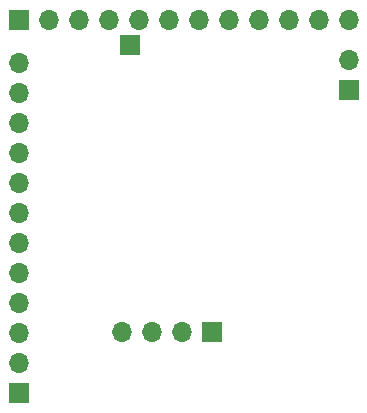
<source format=gbr>
G04 #@! TF.GenerationSoftware,KiCad,Pcbnew,7.0.1*
G04 #@! TF.CreationDate,2023-03-23T13:52:39-07:00*
G04 #@! TF.ProjectId,mcu daughterboard,6d637520-6461-4756-9768-746572626f61,rev?*
G04 #@! TF.SameCoordinates,Original*
G04 #@! TF.FileFunction,Soldermask,Top*
G04 #@! TF.FilePolarity,Negative*
%FSLAX46Y46*%
G04 Gerber Fmt 4.6, Leading zero omitted, Abs format (unit mm)*
G04 Created by KiCad (PCBNEW 7.0.1) date 2023-03-23 13:52:39*
%MOMM*%
%LPD*%
G01*
G04 APERTURE LIST*
%ADD10R,1.700000X1.700000*%
%ADD11O,1.700000X1.700000*%
G04 APERTURE END LIST*
D10*
X141998558Y-112934804D03*
D11*
X139458558Y-112934804D03*
X136918558Y-112934804D03*
X134378558Y-112934804D03*
D10*
X135048558Y-88667304D03*
X153548558Y-92437304D03*
D11*
X153548558Y-89897304D03*
D10*
X125618558Y-86524804D03*
D11*
X128158558Y-86524804D03*
X130698558Y-86524804D03*
X133238558Y-86524804D03*
X135778558Y-86524804D03*
X138318558Y-86524804D03*
X140858558Y-86524804D03*
X143398558Y-86524804D03*
X145938558Y-86524804D03*
X148478558Y-86524804D03*
X151018558Y-86524804D03*
X153558558Y-86524804D03*
D10*
X125628558Y-118124804D03*
D11*
X125628558Y-115584804D03*
X125628558Y-113044804D03*
X125628558Y-110504804D03*
X125628558Y-107964804D03*
X125628558Y-105424804D03*
X125628558Y-102884804D03*
X125628558Y-100344804D03*
X125628558Y-97804804D03*
X125628558Y-95264804D03*
X125628558Y-92724804D03*
X125628558Y-90184804D03*
M02*

</source>
